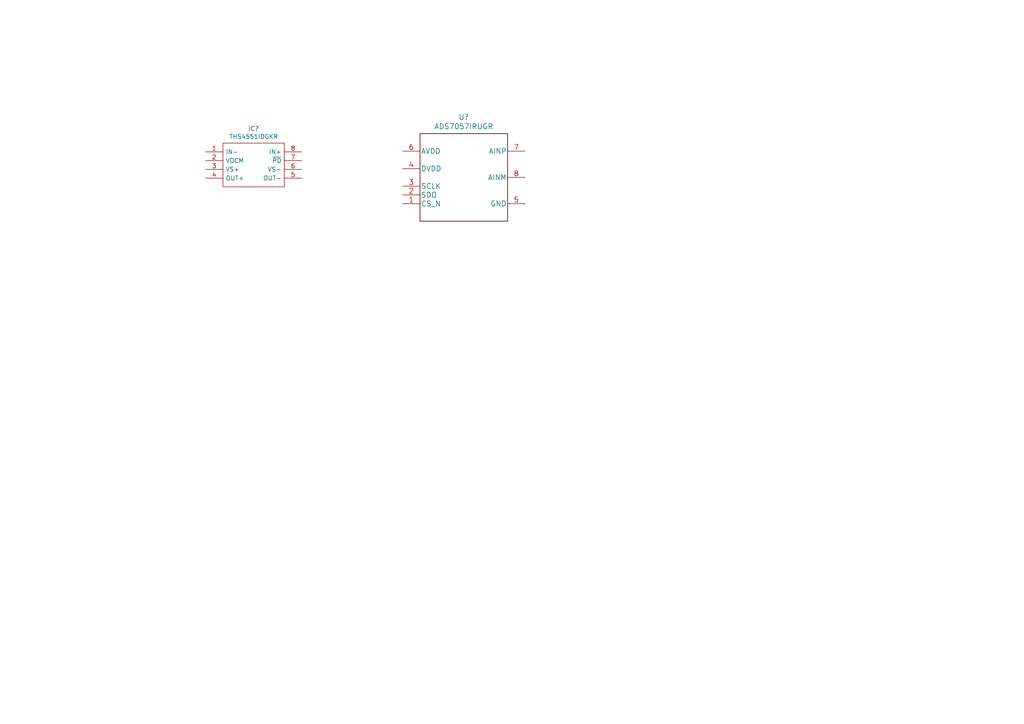
<source format=kicad_sch>
(kicad_sch (version 20200828) (generator eeschema)
  (page 7 7)
  (paper "A4")
  (lib_symbols
    (symbol "2020-11-30_22-19-49:ADS7057IRUGR" (pin_names (offset 0.254))
      (property "Reference" "U" (at 0 2.54 0))
      (property "Value" "ADS7057IRUGR" (at 0 0 0))
      (symbol "ADS7057IRUGR_1_1"
        (polyline (pts (xy -12.7 -12.7) (xy 12.7 -12.7)) (stroke (width 0.2032)))
        (polyline (pts (xy 12.7 -12.7) (xy 12.7 12.7)) (stroke (width 0.2032)))
        (polyline (pts (xy 12.7 12.7) (xy -12.7 12.7)) (stroke (width 0.2032)))
        (polyline (pts (xy -12.7 12.7) (xy -12.7 -12.7)) (stroke (width 0.2032)))
        (pin input line (at -17.78 -7.62 0) (length 5.08) (name "CS_N") (number "1"))
        (pin output line (at -17.78 -5.08 0) (length 5.08) (name "SDO") (number "2"))
        (pin input line (at -17.78 -2.54 0) (length 5.08) (name "SCLK") (number "3"))
        (pin power_in line (at -17.78 2.54 0) (length 5.08) (name "DVDD") (number "4"))
        (pin power_in line (at 17.78 -7.62 180) (length 5.08) (name "GND") (number "5"))
        (pin power_in line (at -17.78 7.62 0) (length 5.08) (name "AVDD") (number "6"))
        (pin input line (at 17.78 7.62 180) (length 5.08) (name "AINP") (number "7"))
        (pin input line (at 17.78 0 180) (length 5.08) (name "AINM") (number "8"))
      )
    )
    (symbol "SamacSys_Parts:THS4551IDGKR" (pin_names (offset 0.762))
      (property "Reference" "IC" (at 24.13 7.62 0))
      (property "Value" "THS4551IDGKR" (at 24.13 5.08 0))
      (symbol "THS4551IDGKR_0_1"
        (polyline (pts (xy 5.08 2.54) (xy 22.86 2.54) (xy 22.86 -10.16) (xy 5.08 -10.16) (xy 5.08 2.54)) (stroke (width 0.1524)))
      )
      (symbol "THS4551IDGKR_0_0"
        (pin passive line (at 0 0 0) (length 5.08) (name "IN-") (number "1"))
        (pin passive line (at 0 -2.54 0) (length 5.08) (name "VOCM") (number "2"))
        (pin passive line (at 0 -5.08 0) (length 5.08) (name "VS+") (number "3"))
        (pin passive line (at 0 -7.62 0) (length 5.08) (name "OUT+") (number "4"))
        (pin passive line (at 27.94 0 180) (length 5.08) (name "IN+") (number "8"))
        (pin passive line (at 27.94 -2.54 180) (length 5.08) (name "~PD") (number "7"))
        (pin passive line (at 27.94 -5.08 180) (length 5.08) (name "VS-") (number "6"))
        (pin passive line (at 27.94 -7.62 180) (length 5.08) (name "OUT-") (number "5"))
      )
    )
  )
  (symbol (lib_id "SamacSys_Parts:THS4551IDGKR") (at 59.5884 44.0436 0) (unit 1)
    (property "Reference" "IC?" (at 73.5584 37.3442 0))
    (property "Value" "THS4551IDGKR" (at 73.5584 39.6429 0))
    (property "Footprint" "SOP65P490X110-8N" (effects hide))
    (property "Datasheet" "http://www.ti.com/lit/ds/symlink/ths4551.pdf" (effects hide))
    (property "Description" "Differential Amplifiers Low Noise, Precision, 150MHz, Fully Differential Amplifier 8-VSSOP -40 to 125" (effects hide))
    (property "Height" "1.1" (effects hide))
    (property "Manufacturer_Name" "Texas Instruments" (effects hide))
    (property "Manufacturer_Part_Number" "THS4551IDGKR" (effects hide))
    (property "Arrow Part Number" "THS4551IDGKR" (effects hide))
    (property "Arrow Price/Stock" "https://www.arrow.com/en/products/ths4551idgkr/texas-instruments" (effects hide))
    (property "Mouser Part Number" "595-THS4551IDGKR" (effects hide))
    (property "Mouser Price/Stock" "https://www.mouser.co.uk/ProductDetail/Texas-Instruments/THS4551IDGKR?qs=HjC056NR38FSrMSNThEiOA%3D%3D" (effects hide))
  )
  (symbol (lib_id "2020-11-30_22-19-49:ADS7057IRUGR") (at 134.5184 51.4604 0) (unit 1)
    (property "Reference" "U?" (at 134.5184 33.9623 0) (effects (font (size 1.524 1.524))))
    (property "Value" "ADS7057IRUGR" (at 134.5184 36.6699 0) (effects (font (size 1.524 1.524))))
    (property "Footprint" "RUG0008A" (effects hide))
  )
)
</source>
